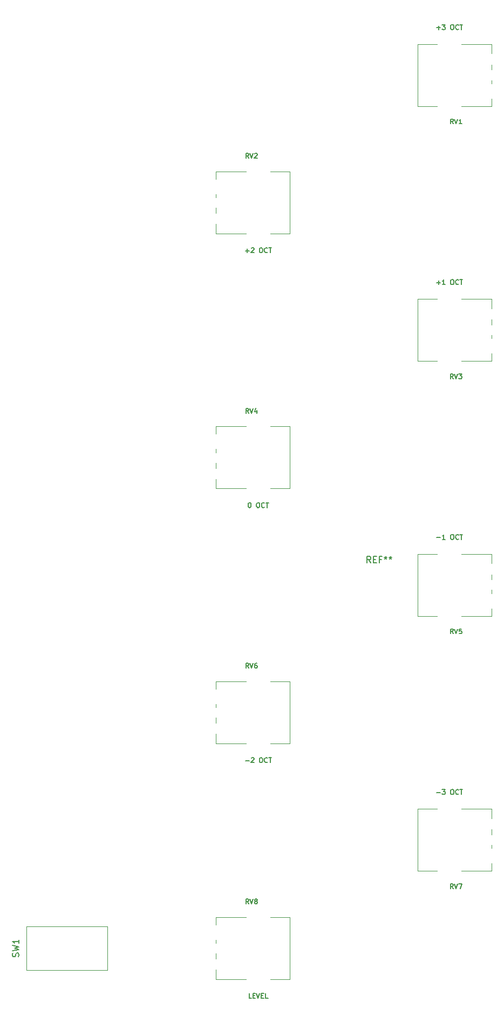
<source format=gbr>
%TF.GenerationSoftware,KiCad,Pcbnew,5.1.6-c6e7f7d~87~ubuntu20.04.1*%
%TF.CreationDate,2020-10-29T23:15:31-04:00*%
%TF.ProjectId,waveshaper,77617665-7368-4617-9065-722e6b696361,rev?*%
%TF.SameCoordinates,Original*%
%TF.FileFunction,Legend,Top*%
%TF.FilePolarity,Positive*%
%FSLAX46Y46*%
G04 Gerber Fmt 4.6, Leading zero omitted, Abs format (unit mm)*
G04 Created by KiCad (PCBNEW 5.1.6-c6e7f7d~87~ubuntu20.04.1) date 2020-10-29 23:15:31*
%MOMM*%
%LPD*%
G01*
G04 APERTURE LIST*
%ADD10C,0.120000*%
%ADD11C,0.150000*%
G04 APERTURE END LIST*
D10*
%TO.C,RV8*%
X135970000Y-170870000D02*
X135970000Y-161130000D01*
X124380000Y-170870000D02*
X124380000Y-169380000D01*
X132910000Y-170870000D02*
X135970000Y-170870000D01*
X124380000Y-161120000D02*
X129100000Y-161120000D01*
X132910000Y-161130000D02*
X135970000Y-161130000D01*
X124380000Y-170870000D02*
X129100000Y-170870000D01*
X124380000Y-162310000D02*
X124380000Y-161130000D01*
X124380000Y-165210000D02*
X124380000Y-164680000D01*
X124380000Y-167660000D02*
X124380000Y-166830000D01*
%TO.C,RV7*%
X156030000Y-144130000D02*
X156030000Y-153870000D01*
X167620000Y-144130000D02*
X167620000Y-145620000D01*
X159090000Y-144130000D02*
X156030000Y-144130000D01*
X167620000Y-153880000D02*
X162900000Y-153880000D01*
X159090000Y-153870000D02*
X156030000Y-153870000D01*
X167620000Y-144130000D02*
X162900000Y-144130000D01*
X167620000Y-152690000D02*
X167620000Y-153870000D01*
X167620000Y-149790000D02*
X167620000Y-150320000D01*
X167620000Y-147340000D02*
X167620000Y-148170000D01*
%TO.C,RV6*%
X135970000Y-133870000D02*
X135970000Y-124130000D01*
X124380000Y-133870000D02*
X124380000Y-132380000D01*
X132910000Y-133870000D02*
X135970000Y-133870000D01*
X124380000Y-124120000D02*
X129100000Y-124120000D01*
X132910000Y-124130000D02*
X135970000Y-124130000D01*
X124380000Y-133870000D02*
X129100000Y-133870000D01*
X124380000Y-125310000D02*
X124380000Y-124130000D01*
X124380000Y-128210000D02*
X124380000Y-127680000D01*
X124380000Y-130660000D02*
X124380000Y-129830000D01*
%TO.C,RV5*%
X156030000Y-104130000D02*
X156030000Y-113870000D01*
X167620000Y-104130000D02*
X167620000Y-105620000D01*
X159090000Y-104130000D02*
X156030000Y-104130000D01*
X167620000Y-113880000D02*
X162900000Y-113880000D01*
X159090000Y-113870000D02*
X156030000Y-113870000D01*
X167620000Y-104130000D02*
X162900000Y-104130000D01*
X167620000Y-112690000D02*
X167620000Y-113870000D01*
X167620000Y-109790000D02*
X167620000Y-110320000D01*
X167620000Y-107340000D02*
X167620000Y-108170000D01*
%TO.C,RV4*%
X135970000Y-93870000D02*
X135970000Y-84130000D01*
X124380000Y-93870000D02*
X124380000Y-92380000D01*
X132910000Y-93870000D02*
X135970000Y-93870000D01*
X124380000Y-84120000D02*
X129100000Y-84120000D01*
X132910000Y-84130000D02*
X135970000Y-84130000D01*
X124380000Y-93870000D02*
X129100000Y-93870000D01*
X124380000Y-85310000D02*
X124380000Y-84130000D01*
X124380000Y-88210000D02*
X124380000Y-87680000D01*
X124380000Y-90660000D02*
X124380000Y-89830000D01*
%TO.C,RV3*%
X156030000Y-64130000D02*
X156030000Y-73870000D01*
X167620000Y-64130000D02*
X167620000Y-65620000D01*
X159090000Y-64130000D02*
X156030000Y-64130000D01*
X167620000Y-73880000D02*
X162900000Y-73880000D01*
X159090000Y-73870000D02*
X156030000Y-73870000D01*
X167620000Y-64130000D02*
X162900000Y-64130000D01*
X167620000Y-72690000D02*
X167620000Y-73870000D01*
X167620000Y-69790000D02*
X167620000Y-70320000D01*
X167620000Y-67340000D02*
X167620000Y-68170000D01*
%TO.C,RV2*%
X135970000Y-53870000D02*
X135970000Y-44130000D01*
X124380000Y-53870000D02*
X124380000Y-52380000D01*
X132910000Y-53870000D02*
X135970000Y-53870000D01*
X124380000Y-44120000D02*
X129100000Y-44120000D01*
X132910000Y-44130000D02*
X135970000Y-44130000D01*
X124380000Y-53870000D02*
X129100000Y-53870000D01*
X124380000Y-45310000D02*
X124380000Y-44130000D01*
X124380000Y-48210000D02*
X124380000Y-47680000D01*
X124380000Y-50660000D02*
X124380000Y-49830000D01*
%TO.C,RV1*%
X156030000Y-24130000D02*
X156030000Y-33870000D01*
X167620000Y-24130000D02*
X167620000Y-25620000D01*
X159090000Y-24130000D02*
X156030000Y-24130000D01*
X167620000Y-33880000D02*
X162900000Y-33880000D01*
X159090000Y-33870000D02*
X156030000Y-33870000D01*
X167620000Y-24130000D02*
X162900000Y-24130000D01*
X167620000Y-32690000D02*
X167620000Y-33870000D01*
X167620000Y-29790000D02*
X167620000Y-30320000D01*
X167620000Y-27340000D02*
X167620000Y-28170000D01*
%TO.C,SW1*%
X94650000Y-162580000D02*
X94660000Y-162580000D01*
X94650000Y-169430000D02*
X94650000Y-162580000D01*
X107340000Y-169430000D02*
X94650000Y-169430000D01*
X107350000Y-162570000D02*
X107350000Y-169430000D01*
X94650000Y-162570000D02*
X107350000Y-162570000D01*
%TO.C,REF\u002A\u002A*%
D11*
X148666666Y-105502380D02*
X148333333Y-105026190D01*
X148095238Y-105502380D02*
X148095238Y-104502380D01*
X148476190Y-104502380D01*
X148571428Y-104550000D01*
X148619047Y-104597619D01*
X148666666Y-104692857D01*
X148666666Y-104835714D01*
X148619047Y-104930952D01*
X148571428Y-104978571D01*
X148476190Y-105026190D01*
X148095238Y-105026190D01*
X149095238Y-104978571D02*
X149428571Y-104978571D01*
X149571428Y-105502380D02*
X149095238Y-105502380D01*
X149095238Y-104502380D01*
X149571428Y-104502380D01*
X150333333Y-104978571D02*
X150000000Y-104978571D01*
X150000000Y-105502380D02*
X150000000Y-104502380D01*
X150476190Y-104502380D01*
X151000000Y-104502380D02*
X151000000Y-104740476D01*
X150761904Y-104645238D02*
X151000000Y-104740476D01*
X151238095Y-104645238D01*
X150857142Y-104930952D02*
X151000000Y-104740476D01*
X151142857Y-104930952D01*
X151761904Y-104502380D02*
X151761904Y-104740476D01*
X151523809Y-104645238D02*
X151761904Y-104740476D01*
X152000000Y-104645238D01*
X151619047Y-104930952D02*
X151761904Y-104740476D01*
X151904761Y-104930952D01*
%TO.C,RV8*%
X129503571Y-159039285D02*
X129253571Y-158682142D01*
X129075000Y-159039285D02*
X129075000Y-158289285D01*
X129360714Y-158289285D01*
X129432142Y-158325000D01*
X129467857Y-158360714D01*
X129503571Y-158432142D01*
X129503571Y-158539285D01*
X129467857Y-158610714D01*
X129432142Y-158646428D01*
X129360714Y-158682142D01*
X129075000Y-158682142D01*
X129717857Y-158289285D02*
X129967857Y-159039285D01*
X130217857Y-158289285D01*
X130575000Y-158610714D02*
X130503571Y-158575000D01*
X130467857Y-158539285D01*
X130432142Y-158467857D01*
X130432142Y-158432142D01*
X130467857Y-158360714D01*
X130503571Y-158325000D01*
X130575000Y-158289285D01*
X130717857Y-158289285D01*
X130789285Y-158325000D01*
X130825000Y-158360714D01*
X130860714Y-158432142D01*
X130860714Y-158467857D01*
X130825000Y-158539285D01*
X130789285Y-158575000D01*
X130717857Y-158610714D01*
X130575000Y-158610714D01*
X130503571Y-158646428D01*
X130467857Y-158682142D01*
X130432142Y-158753571D01*
X130432142Y-158896428D01*
X130467857Y-158967857D01*
X130503571Y-159003571D01*
X130575000Y-159039285D01*
X130717857Y-159039285D01*
X130789285Y-159003571D01*
X130825000Y-158967857D01*
X130860714Y-158896428D01*
X130860714Y-158753571D01*
X130825000Y-158682142D01*
X130789285Y-158646428D01*
X130717857Y-158610714D01*
X129928571Y-173839285D02*
X129571428Y-173839285D01*
X129571428Y-173089285D01*
X130178571Y-173446428D02*
X130428571Y-173446428D01*
X130535714Y-173839285D02*
X130178571Y-173839285D01*
X130178571Y-173089285D01*
X130535714Y-173089285D01*
X130750000Y-173089285D02*
X131000000Y-173839285D01*
X131250000Y-173089285D01*
X131500000Y-173446428D02*
X131750000Y-173446428D01*
X131857142Y-173839285D02*
X131500000Y-173839285D01*
X131500000Y-173089285D01*
X131857142Y-173089285D01*
X132535714Y-173839285D02*
X132178571Y-173839285D01*
X132178571Y-173089285D01*
%TO.C,RV7*%
X161603571Y-156639285D02*
X161353571Y-156282142D01*
X161175000Y-156639285D02*
X161175000Y-155889285D01*
X161460714Y-155889285D01*
X161532142Y-155925000D01*
X161567857Y-155960714D01*
X161603571Y-156032142D01*
X161603571Y-156139285D01*
X161567857Y-156210714D01*
X161532142Y-156246428D01*
X161460714Y-156282142D01*
X161175000Y-156282142D01*
X161817857Y-155889285D02*
X162067857Y-156639285D01*
X162317857Y-155889285D01*
X162496428Y-155889285D02*
X162996428Y-155889285D01*
X162675000Y-156639285D01*
X159017857Y-141553571D02*
X159589285Y-141553571D01*
X159875000Y-141089285D02*
X160339285Y-141089285D01*
X160089285Y-141375000D01*
X160196428Y-141375000D01*
X160267857Y-141410714D01*
X160303571Y-141446428D01*
X160339285Y-141517857D01*
X160339285Y-141696428D01*
X160303571Y-141767857D01*
X160267857Y-141803571D01*
X160196428Y-141839285D01*
X159982142Y-141839285D01*
X159910714Y-141803571D01*
X159875000Y-141767857D01*
X161375000Y-141089285D02*
X161517857Y-141089285D01*
X161589285Y-141125000D01*
X161660714Y-141196428D01*
X161696428Y-141339285D01*
X161696428Y-141589285D01*
X161660714Y-141732142D01*
X161589285Y-141803571D01*
X161517857Y-141839285D01*
X161375000Y-141839285D01*
X161303571Y-141803571D01*
X161232142Y-141732142D01*
X161196428Y-141589285D01*
X161196428Y-141339285D01*
X161232142Y-141196428D01*
X161303571Y-141125000D01*
X161375000Y-141089285D01*
X162446428Y-141767857D02*
X162410714Y-141803571D01*
X162303571Y-141839285D01*
X162232142Y-141839285D01*
X162125000Y-141803571D01*
X162053571Y-141732142D01*
X162017857Y-141660714D01*
X161982142Y-141517857D01*
X161982142Y-141410714D01*
X162017857Y-141267857D01*
X162053571Y-141196428D01*
X162125000Y-141125000D01*
X162232142Y-141089285D01*
X162303571Y-141089285D01*
X162410714Y-141125000D01*
X162446428Y-141160714D01*
X162660714Y-141089285D02*
X163089285Y-141089285D01*
X162875000Y-141839285D02*
X162875000Y-141089285D01*
%TO.C,RV6*%
X129503571Y-122039285D02*
X129253571Y-121682142D01*
X129075000Y-122039285D02*
X129075000Y-121289285D01*
X129360714Y-121289285D01*
X129432142Y-121325000D01*
X129467857Y-121360714D01*
X129503571Y-121432142D01*
X129503571Y-121539285D01*
X129467857Y-121610714D01*
X129432142Y-121646428D01*
X129360714Y-121682142D01*
X129075000Y-121682142D01*
X129717857Y-121289285D02*
X129967857Y-122039285D01*
X130217857Y-121289285D01*
X130789285Y-121289285D02*
X130646428Y-121289285D01*
X130575000Y-121325000D01*
X130539285Y-121360714D01*
X130467857Y-121467857D01*
X130432142Y-121610714D01*
X130432142Y-121896428D01*
X130467857Y-121967857D01*
X130503571Y-122003571D01*
X130575000Y-122039285D01*
X130717857Y-122039285D01*
X130789285Y-122003571D01*
X130825000Y-121967857D01*
X130860714Y-121896428D01*
X130860714Y-121717857D01*
X130825000Y-121646428D01*
X130789285Y-121610714D01*
X130717857Y-121575000D01*
X130575000Y-121575000D01*
X130503571Y-121610714D01*
X130467857Y-121646428D01*
X130432142Y-121717857D01*
X129017857Y-136553571D02*
X129589285Y-136553571D01*
X129910714Y-136160714D02*
X129946428Y-136125000D01*
X130017857Y-136089285D01*
X130196428Y-136089285D01*
X130267857Y-136125000D01*
X130303571Y-136160714D01*
X130339285Y-136232142D01*
X130339285Y-136303571D01*
X130303571Y-136410714D01*
X129875000Y-136839285D01*
X130339285Y-136839285D01*
X131375000Y-136089285D02*
X131517857Y-136089285D01*
X131589285Y-136125000D01*
X131660714Y-136196428D01*
X131696428Y-136339285D01*
X131696428Y-136589285D01*
X131660714Y-136732142D01*
X131589285Y-136803571D01*
X131517857Y-136839285D01*
X131375000Y-136839285D01*
X131303571Y-136803571D01*
X131232142Y-136732142D01*
X131196428Y-136589285D01*
X131196428Y-136339285D01*
X131232142Y-136196428D01*
X131303571Y-136125000D01*
X131375000Y-136089285D01*
X132446428Y-136767857D02*
X132410714Y-136803571D01*
X132303571Y-136839285D01*
X132232142Y-136839285D01*
X132125000Y-136803571D01*
X132053571Y-136732142D01*
X132017857Y-136660714D01*
X131982142Y-136517857D01*
X131982142Y-136410714D01*
X132017857Y-136267857D01*
X132053571Y-136196428D01*
X132125000Y-136125000D01*
X132232142Y-136089285D01*
X132303571Y-136089285D01*
X132410714Y-136125000D01*
X132446428Y-136160714D01*
X132660714Y-136089285D02*
X133089285Y-136089285D01*
X132875000Y-136839285D02*
X132875000Y-136089285D01*
%TO.C,RV5*%
X161603571Y-116639285D02*
X161353571Y-116282142D01*
X161175000Y-116639285D02*
X161175000Y-115889285D01*
X161460714Y-115889285D01*
X161532142Y-115925000D01*
X161567857Y-115960714D01*
X161603571Y-116032142D01*
X161603571Y-116139285D01*
X161567857Y-116210714D01*
X161532142Y-116246428D01*
X161460714Y-116282142D01*
X161175000Y-116282142D01*
X161817857Y-115889285D02*
X162067857Y-116639285D01*
X162317857Y-115889285D01*
X162925000Y-115889285D02*
X162567857Y-115889285D01*
X162532142Y-116246428D01*
X162567857Y-116210714D01*
X162639285Y-116175000D01*
X162817857Y-116175000D01*
X162889285Y-116210714D01*
X162925000Y-116246428D01*
X162960714Y-116317857D01*
X162960714Y-116496428D01*
X162925000Y-116567857D01*
X162889285Y-116603571D01*
X162817857Y-116639285D01*
X162639285Y-116639285D01*
X162567857Y-116603571D01*
X162532142Y-116567857D01*
X159017857Y-101553571D02*
X159589285Y-101553571D01*
X160339285Y-101839285D02*
X159910714Y-101839285D01*
X160125000Y-101839285D02*
X160125000Y-101089285D01*
X160053571Y-101196428D01*
X159982142Y-101267857D01*
X159910714Y-101303571D01*
X161375000Y-101089285D02*
X161517857Y-101089285D01*
X161589285Y-101125000D01*
X161660714Y-101196428D01*
X161696428Y-101339285D01*
X161696428Y-101589285D01*
X161660714Y-101732142D01*
X161589285Y-101803571D01*
X161517857Y-101839285D01*
X161375000Y-101839285D01*
X161303571Y-101803571D01*
X161232142Y-101732142D01*
X161196428Y-101589285D01*
X161196428Y-101339285D01*
X161232142Y-101196428D01*
X161303571Y-101125000D01*
X161375000Y-101089285D01*
X162446428Y-101767857D02*
X162410714Y-101803571D01*
X162303571Y-101839285D01*
X162232142Y-101839285D01*
X162125000Y-101803571D01*
X162053571Y-101732142D01*
X162017857Y-101660714D01*
X161982142Y-101517857D01*
X161982142Y-101410714D01*
X162017857Y-101267857D01*
X162053571Y-101196428D01*
X162125000Y-101125000D01*
X162232142Y-101089285D01*
X162303571Y-101089285D01*
X162410714Y-101125000D01*
X162446428Y-101160714D01*
X162660714Y-101089285D02*
X163089285Y-101089285D01*
X162875000Y-101839285D02*
X162875000Y-101089285D01*
%TO.C,RV4*%
X129503571Y-82039285D02*
X129253571Y-81682142D01*
X129075000Y-82039285D02*
X129075000Y-81289285D01*
X129360714Y-81289285D01*
X129432142Y-81325000D01*
X129467857Y-81360714D01*
X129503571Y-81432142D01*
X129503571Y-81539285D01*
X129467857Y-81610714D01*
X129432142Y-81646428D01*
X129360714Y-81682142D01*
X129075000Y-81682142D01*
X129717857Y-81289285D02*
X129967857Y-82039285D01*
X130217857Y-81289285D01*
X130789285Y-81539285D02*
X130789285Y-82039285D01*
X130610714Y-81253571D02*
X130432142Y-81789285D01*
X130896428Y-81789285D01*
X129625000Y-96089285D02*
X129696428Y-96089285D01*
X129767857Y-96125000D01*
X129803571Y-96160714D01*
X129839285Y-96232142D01*
X129875000Y-96375000D01*
X129875000Y-96553571D01*
X129839285Y-96696428D01*
X129803571Y-96767857D01*
X129767857Y-96803571D01*
X129696428Y-96839285D01*
X129625000Y-96839285D01*
X129553571Y-96803571D01*
X129517857Y-96767857D01*
X129482142Y-96696428D01*
X129446428Y-96553571D01*
X129446428Y-96375000D01*
X129482142Y-96232142D01*
X129517857Y-96160714D01*
X129553571Y-96125000D01*
X129625000Y-96089285D01*
X130910714Y-96089285D02*
X131053571Y-96089285D01*
X131125000Y-96125000D01*
X131196428Y-96196428D01*
X131232142Y-96339285D01*
X131232142Y-96589285D01*
X131196428Y-96732142D01*
X131125000Y-96803571D01*
X131053571Y-96839285D01*
X130910714Y-96839285D01*
X130839285Y-96803571D01*
X130767857Y-96732142D01*
X130732142Y-96589285D01*
X130732142Y-96339285D01*
X130767857Y-96196428D01*
X130839285Y-96125000D01*
X130910714Y-96089285D01*
X131982142Y-96767857D02*
X131946428Y-96803571D01*
X131839285Y-96839285D01*
X131767857Y-96839285D01*
X131660714Y-96803571D01*
X131589285Y-96732142D01*
X131553571Y-96660714D01*
X131517857Y-96517857D01*
X131517857Y-96410714D01*
X131553571Y-96267857D01*
X131589285Y-96196428D01*
X131660714Y-96125000D01*
X131767857Y-96089285D01*
X131839285Y-96089285D01*
X131946428Y-96125000D01*
X131982142Y-96160714D01*
X132196428Y-96089285D02*
X132625000Y-96089285D01*
X132410714Y-96839285D02*
X132410714Y-96089285D01*
%TO.C,RV3*%
X161603571Y-76639285D02*
X161353571Y-76282142D01*
X161175000Y-76639285D02*
X161175000Y-75889285D01*
X161460714Y-75889285D01*
X161532142Y-75925000D01*
X161567857Y-75960714D01*
X161603571Y-76032142D01*
X161603571Y-76139285D01*
X161567857Y-76210714D01*
X161532142Y-76246428D01*
X161460714Y-76282142D01*
X161175000Y-76282142D01*
X161817857Y-75889285D02*
X162067857Y-76639285D01*
X162317857Y-75889285D01*
X162496428Y-75889285D02*
X162960714Y-75889285D01*
X162710714Y-76175000D01*
X162817857Y-76175000D01*
X162889285Y-76210714D01*
X162925000Y-76246428D01*
X162960714Y-76317857D01*
X162960714Y-76496428D01*
X162925000Y-76567857D01*
X162889285Y-76603571D01*
X162817857Y-76639285D01*
X162603571Y-76639285D01*
X162532142Y-76603571D01*
X162496428Y-76567857D01*
X159017857Y-61553571D02*
X159589285Y-61553571D01*
X159303571Y-61839285D02*
X159303571Y-61267857D01*
X160339285Y-61839285D02*
X159910714Y-61839285D01*
X160125000Y-61839285D02*
X160125000Y-61089285D01*
X160053571Y-61196428D01*
X159982142Y-61267857D01*
X159910714Y-61303571D01*
X161375000Y-61089285D02*
X161517857Y-61089285D01*
X161589285Y-61125000D01*
X161660714Y-61196428D01*
X161696428Y-61339285D01*
X161696428Y-61589285D01*
X161660714Y-61732142D01*
X161589285Y-61803571D01*
X161517857Y-61839285D01*
X161375000Y-61839285D01*
X161303571Y-61803571D01*
X161232142Y-61732142D01*
X161196428Y-61589285D01*
X161196428Y-61339285D01*
X161232142Y-61196428D01*
X161303571Y-61125000D01*
X161375000Y-61089285D01*
X162446428Y-61767857D02*
X162410714Y-61803571D01*
X162303571Y-61839285D01*
X162232142Y-61839285D01*
X162125000Y-61803571D01*
X162053571Y-61732142D01*
X162017857Y-61660714D01*
X161982142Y-61517857D01*
X161982142Y-61410714D01*
X162017857Y-61267857D01*
X162053571Y-61196428D01*
X162125000Y-61125000D01*
X162232142Y-61089285D01*
X162303571Y-61089285D01*
X162410714Y-61125000D01*
X162446428Y-61160714D01*
X162660714Y-61089285D02*
X163089285Y-61089285D01*
X162875000Y-61839285D02*
X162875000Y-61089285D01*
%TO.C,RV2*%
X129503571Y-42039285D02*
X129253571Y-41682142D01*
X129075000Y-42039285D02*
X129075000Y-41289285D01*
X129360714Y-41289285D01*
X129432142Y-41325000D01*
X129467857Y-41360714D01*
X129503571Y-41432142D01*
X129503571Y-41539285D01*
X129467857Y-41610714D01*
X129432142Y-41646428D01*
X129360714Y-41682142D01*
X129075000Y-41682142D01*
X129717857Y-41289285D02*
X129967857Y-42039285D01*
X130217857Y-41289285D01*
X130432142Y-41360714D02*
X130467857Y-41325000D01*
X130539285Y-41289285D01*
X130717857Y-41289285D01*
X130789285Y-41325000D01*
X130825000Y-41360714D01*
X130860714Y-41432142D01*
X130860714Y-41503571D01*
X130825000Y-41610714D01*
X130396428Y-42039285D01*
X130860714Y-42039285D01*
X129017857Y-56553571D02*
X129589285Y-56553571D01*
X129303571Y-56839285D02*
X129303571Y-56267857D01*
X129910714Y-56160714D02*
X129946428Y-56125000D01*
X130017857Y-56089285D01*
X130196428Y-56089285D01*
X130267857Y-56125000D01*
X130303571Y-56160714D01*
X130339285Y-56232142D01*
X130339285Y-56303571D01*
X130303571Y-56410714D01*
X129875000Y-56839285D01*
X130339285Y-56839285D01*
X131375000Y-56089285D02*
X131517857Y-56089285D01*
X131589285Y-56125000D01*
X131660714Y-56196428D01*
X131696428Y-56339285D01*
X131696428Y-56589285D01*
X131660714Y-56732142D01*
X131589285Y-56803571D01*
X131517857Y-56839285D01*
X131375000Y-56839285D01*
X131303571Y-56803571D01*
X131232142Y-56732142D01*
X131196428Y-56589285D01*
X131196428Y-56339285D01*
X131232142Y-56196428D01*
X131303571Y-56125000D01*
X131375000Y-56089285D01*
X132446428Y-56767857D02*
X132410714Y-56803571D01*
X132303571Y-56839285D01*
X132232142Y-56839285D01*
X132125000Y-56803571D01*
X132053571Y-56732142D01*
X132017857Y-56660714D01*
X131982142Y-56517857D01*
X131982142Y-56410714D01*
X132017857Y-56267857D01*
X132053571Y-56196428D01*
X132125000Y-56125000D01*
X132232142Y-56089285D01*
X132303571Y-56089285D01*
X132410714Y-56125000D01*
X132446428Y-56160714D01*
X132660714Y-56089285D02*
X133089285Y-56089285D01*
X132875000Y-56839285D02*
X132875000Y-56089285D01*
%TO.C,RV1*%
X161603571Y-36639285D02*
X161353571Y-36282142D01*
X161175000Y-36639285D02*
X161175000Y-35889285D01*
X161460714Y-35889285D01*
X161532142Y-35925000D01*
X161567857Y-35960714D01*
X161603571Y-36032142D01*
X161603571Y-36139285D01*
X161567857Y-36210714D01*
X161532142Y-36246428D01*
X161460714Y-36282142D01*
X161175000Y-36282142D01*
X161817857Y-35889285D02*
X162067857Y-36639285D01*
X162317857Y-35889285D01*
X162960714Y-36639285D02*
X162532142Y-36639285D01*
X162746428Y-36639285D02*
X162746428Y-35889285D01*
X162675000Y-35996428D01*
X162603571Y-36067857D01*
X162532142Y-36103571D01*
X159017857Y-21553571D02*
X159589285Y-21553571D01*
X159303571Y-21839285D02*
X159303571Y-21267857D01*
X159875000Y-21089285D02*
X160339285Y-21089285D01*
X160089285Y-21375000D01*
X160196428Y-21375000D01*
X160267857Y-21410714D01*
X160303571Y-21446428D01*
X160339285Y-21517857D01*
X160339285Y-21696428D01*
X160303571Y-21767857D01*
X160267857Y-21803571D01*
X160196428Y-21839285D01*
X159982142Y-21839285D01*
X159910714Y-21803571D01*
X159875000Y-21767857D01*
X161375000Y-21089285D02*
X161517857Y-21089285D01*
X161589285Y-21125000D01*
X161660714Y-21196428D01*
X161696428Y-21339285D01*
X161696428Y-21589285D01*
X161660714Y-21732142D01*
X161589285Y-21803571D01*
X161517857Y-21839285D01*
X161375000Y-21839285D01*
X161303571Y-21803571D01*
X161232142Y-21732142D01*
X161196428Y-21589285D01*
X161196428Y-21339285D01*
X161232142Y-21196428D01*
X161303571Y-21125000D01*
X161375000Y-21089285D01*
X162446428Y-21767857D02*
X162410714Y-21803571D01*
X162303571Y-21839285D01*
X162232142Y-21839285D01*
X162125000Y-21803571D01*
X162053571Y-21732142D01*
X162017857Y-21660714D01*
X161982142Y-21517857D01*
X161982142Y-21410714D01*
X162017857Y-21267857D01*
X162053571Y-21196428D01*
X162125000Y-21125000D01*
X162232142Y-21089285D01*
X162303571Y-21089285D01*
X162410714Y-21125000D01*
X162446428Y-21160714D01*
X162660714Y-21089285D02*
X163089285Y-21089285D01*
X162875000Y-21839285D02*
X162875000Y-21089285D01*
%TO.C,SW1*%
X93404761Y-167333333D02*
X93452380Y-167190476D01*
X93452380Y-166952380D01*
X93404761Y-166857142D01*
X93357142Y-166809523D01*
X93261904Y-166761904D01*
X93166666Y-166761904D01*
X93071428Y-166809523D01*
X93023809Y-166857142D01*
X92976190Y-166952380D01*
X92928571Y-167142857D01*
X92880952Y-167238095D01*
X92833333Y-167285714D01*
X92738095Y-167333333D01*
X92642857Y-167333333D01*
X92547619Y-167285714D01*
X92500000Y-167238095D01*
X92452380Y-167142857D01*
X92452380Y-166904761D01*
X92500000Y-166761904D01*
X92452380Y-166428571D02*
X93452380Y-166190476D01*
X92738095Y-166000000D01*
X93452380Y-165809523D01*
X92452380Y-165571428D01*
X93452380Y-164666666D02*
X93452380Y-165238095D01*
X93452380Y-164952380D02*
X92452380Y-164952380D01*
X92595238Y-165047619D01*
X92690476Y-165142857D01*
X92738095Y-165238095D01*
%TD*%
M02*

</source>
